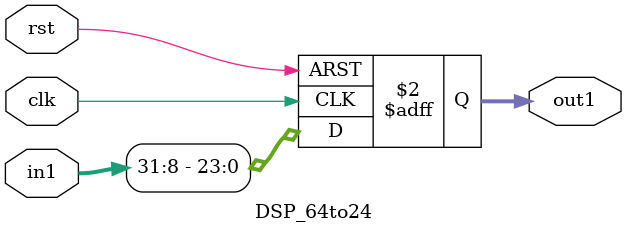
<source format=v>
`timescale 1ns / 1ps


module DSP_64to24(
    input signed [63:0] in1,
    input clk,
    input rst,
    output reg signed [23:0] out1
    );
    
    always @(posedge clk or posedge rst) begin
        if(rst) begin
            out1 <= 0;
        end
        else begin
            out1[23:0] <= in1[31:8];
        end
    end
endmodule


</source>
